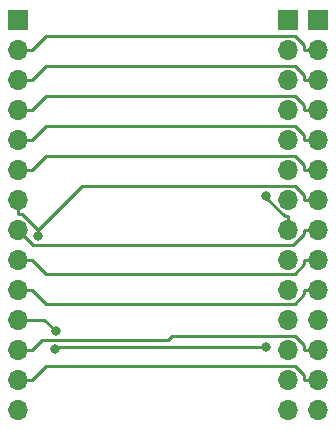
<source format=gbr>
G04 #@! TF.GenerationSoftware,KiCad,Pcbnew,5.1.5+dfsg1-2build2*
G04 #@! TF.CreationDate,2022-03-02T16:10:57-05:00*
G04 #@! TF.ProjectId,RAK3172_BREAKOUT,52414b33-3137-4325-9f42-5245414b4f55,rev?*
G04 #@! TF.SameCoordinates,Original*
G04 #@! TF.FileFunction,Copper,L2,Bot*
G04 #@! TF.FilePolarity,Positive*
%FSLAX46Y46*%
G04 Gerber Fmt 4.6, Leading zero omitted, Abs format (unit mm)*
G04 Created by KiCad (PCBNEW 5.1.5+dfsg1-2build2) date 2022-03-02 16:10:57*
%MOMM*%
%LPD*%
G04 APERTURE LIST*
%ADD10O,1.700000X1.700000*%
%ADD11R,1.700000X1.700000*%
%ADD12C,0.800000*%
%ADD13C,0.250000*%
G04 APERTURE END LIST*
D10*
X77400000Y-84890000D03*
X77400000Y-82350000D03*
X77400000Y-79810000D03*
X77400000Y-77270000D03*
X77400000Y-74730000D03*
X77400000Y-72190000D03*
X77400000Y-69650000D03*
X77400000Y-67110000D03*
X77400000Y-64570000D03*
X77400000Y-62030000D03*
X77400000Y-59490000D03*
X77400000Y-56950000D03*
X77400000Y-54410000D03*
D11*
X77400000Y-51870000D03*
D10*
X74860000Y-84890000D03*
X74860000Y-82350000D03*
X74860000Y-79810000D03*
X74860000Y-77270000D03*
X74860000Y-74730000D03*
X74860000Y-72190000D03*
X74860000Y-69650000D03*
X74860000Y-67110000D03*
X74860000Y-64570000D03*
X74860000Y-62030000D03*
X74860000Y-59490000D03*
X74860000Y-56950000D03*
X74860000Y-54410000D03*
D11*
X74860000Y-51870000D03*
D10*
X52000000Y-84890000D03*
X52000000Y-82350000D03*
X52000000Y-79810000D03*
X52000000Y-77270000D03*
X52000000Y-74730000D03*
X52000000Y-72190000D03*
X52000000Y-69650000D03*
X52000000Y-67110000D03*
X52000000Y-64570000D03*
X52000000Y-62030000D03*
X52000000Y-59490000D03*
X52000000Y-56950000D03*
X52000000Y-54410000D03*
D11*
X52000000Y-51870000D03*
D12*
X72978900Y-79591100D03*
X55163500Y-79724900D03*
X55202500Y-78259300D03*
X53718800Y-70220400D03*
X73032500Y-66789900D03*
D13*
X77400000Y-54410000D02*
X76224700Y-54410000D01*
X52000000Y-54410000D02*
X53175300Y-54410000D01*
X53175300Y-54410000D02*
X54350600Y-53234700D01*
X54350600Y-53234700D02*
X75416800Y-53234700D01*
X75416800Y-53234700D02*
X76224700Y-54042600D01*
X76224700Y-54042600D02*
X76224700Y-54410000D01*
X77400000Y-82350000D02*
X76224700Y-82350000D01*
X52000000Y-82350000D02*
X53175300Y-82350000D01*
X53175300Y-82350000D02*
X54350600Y-81174700D01*
X54350600Y-81174700D02*
X75416800Y-81174700D01*
X75416800Y-81174700D02*
X76224700Y-81982600D01*
X76224700Y-81982600D02*
X76224700Y-82350000D01*
X77400000Y-79810000D02*
X76224700Y-79810000D01*
X52000000Y-79810000D02*
X53175300Y-79810000D01*
X53175300Y-79810000D02*
X53994100Y-78991200D01*
X53994100Y-78991200D02*
X64678700Y-78991200D01*
X64678700Y-78991200D02*
X65035200Y-78634700D01*
X65035200Y-78634700D02*
X75416800Y-78634700D01*
X75416800Y-78634700D02*
X76224700Y-79442600D01*
X76224700Y-79442600D02*
X76224700Y-79810000D01*
X72978900Y-79591100D02*
X55297300Y-79591100D01*
X55297300Y-79591100D02*
X55163500Y-79724900D01*
X52000000Y-77270000D02*
X54213200Y-77270000D01*
X54213200Y-77270000D02*
X55202500Y-78259300D01*
X77400000Y-74730000D02*
X76224700Y-74730000D01*
X52000000Y-74730000D02*
X53175300Y-74730000D01*
X53175300Y-74730000D02*
X54350600Y-75905300D01*
X54350600Y-75905300D02*
X75416800Y-75905300D01*
X75416800Y-75905300D02*
X76224700Y-75097400D01*
X76224700Y-75097400D02*
X76224700Y-74730000D01*
X77400000Y-72190000D02*
X76224700Y-72190000D01*
X52000000Y-72190000D02*
X53175300Y-72190000D01*
X53175300Y-72190000D02*
X54350600Y-73365300D01*
X54350600Y-73365300D02*
X75416800Y-73365300D01*
X75416800Y-73365300D02*
X76224700Y-72557400D01*
X76224700Y-72557400D02*
X76224700Y-72190000D01*
X77400000Y-69650000D02*
X76224700Y-69650000D01*
X52000000Y-69650000D02*
X53297900Y-70947900D01*
X53297900Y-70947900D02*
X75292100Y-70947900D01*
X75292100Y-70947900D02*
X76224700Y-70015300D01*
X76224700Y-70015300D02*
X76224700Y-69650000D01*
X53718800Y-69636800D02*
X52367300Y-68285300D01*
X52367300Y-68285300D02*
X52000000Y-68285300D01*
X53718800Y-70220400D02*
X53718800Y-69636800D01*
X53718800Y-69636800D02*
X57420900Y-65934700D01*
X57420900Y-65934700D02*
X75416800Y-65934700D01*
X75416800Y-65934700D02*
X76224700Y-66742600D01*
X76224700Y-66742600D02*
X76224700Y-67110000D01*
X77400000Y-67110000D02*
X76224700Y-67110000D01*
X52000000Y-67110000D02*
X52000000Y-68285300D01*
X53175300Y-64570000D02*
X54350600Y-63394700D01*
X54350600Y-63394700D02*
X75416800Y-63394700D01*
X75416800Y-63394700D02*
X76224700Y-64202600D01*
X76224700Y-64202600D02*
X76224700Y-64570000D01*
X77400000Y-64570000D02*
X76224700Y-64570000D01*
X52000000Y-64570000D02*
X53175300Y-64570000D01*
X77400000Y-62030000D02*
X76224700Y-62030000D01*
X52000000Y-62030000D02*
X53175300Y-62030000D01*
X53175300Y-62030000D02*
X54350600Y-60854700D01*
X54350600Y-60854700D02*
X75416800Y-60854700D01*
X75416800Y-60854700D02*
X76224700Y-61662600D01*
X76224700Y-61662600D02*
X76224700Y-62030000D01*
X77400000Y-59490000D02*
X76224700Y-59490000D01*
X52000000Y-59490000D02*
X53175300Y-59490000D01*
X53175300Y-59490000D02*
X54350600Y-58314700D01*
X54350600Y-58314700D02*
X75416800Y-58314700D01*
X75416800Y-58314700D02*
X76224700Y-59122600D01*
X76224700Y-59122600D02*
X76224700Y-59490000D01*
X77400000Y-56950000D02*
X76224700Y-56950000D01*
X52000000Y-56950000D02*
X53175300Y-56950000D01*
X53175300Y-56950000D02*
X54350600Y-55774700D01*
X54350600Y-55774700D02*
X75416800Y-55774700D01*
X75416800Y-55774700D02*
X76224700Y-56582600D01*
X76224700Y-56582600D02*
X76224700Y-56950000D01*
X74860000Y-68474700D02*
X74561400Y-68474700D01*
X74561400Y-68474700D02*
X73032500Y-66945800D01*
X73032500Y-66945800D02*
X73032500Y-66789900D01*
X74860000Y-69650000D02*
X74860000Y-68474700D01*
M02*

</source>
